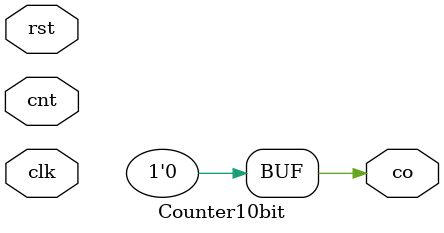
<source format=v>
module Counter10bit (
    input clk,
    input rst,
    input cnt,
    output reg co
);
  reg count;
  always @(posedge clk, posedge rst) begin
    if (rst) count <= 0;
    else if (cnt)
      count = count + 1;
  end

  assign co = (count == 10'b1111111111) ? 1'b1 : 1'b0;
endmodule


</source>
